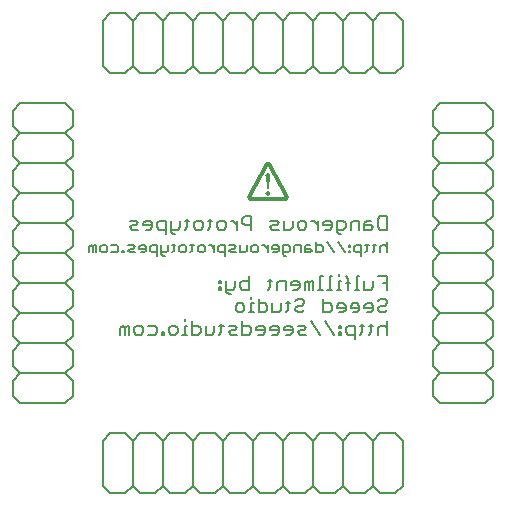
<source format=gbr>
G04 EAGLE Gerber RS-274X export*
G75*
%MOMM*%
%FSLAX34Y34*%
%LPD*%
%INSilkscreen Bottom*%
%IPPOS*%
%AMOC8*
5,1,8,0,0,1.08239X$1,22.5*%
G01*
%ADD10C,0.152400*%
%ADD11C,0.127000*%
%ADD12C,0.304800*%

G36*
X215919Y257122D02*
X215919Y257122D01*
X215961Y257119D01*
X216029Y257138D01*
X216098Y257148D01*
X216136Y257168D01*
X216177Y257180D01*
X216234Y257221D01*
X216296Y257254D01*
X216324Y257286D01*
X216358Y257312D01*
X216397Y257370D01*
X216443Y257423D01*
X216459Y257463D01*
X216482Y257499D01*
X216505Y257586D01*
X216523Y257633D01*
X216524Y257657D01*
X216530Y257680D01*
X217780Y268930D01*
X217774Y269030D01*
X217771Y269131D01*
X217766Y269142D01*
X217765Y269154D01*
X217724Y269246D01*
X217686Y269338D01*
X217678Y269347D01*
X217673Y269358D01*
X217603Y269430D01*
X217535Y269504D01*
X217524Y269510D01*
X217516Y269518D01*
X217425Y269561D01*
X217335Y269607D01*
X217322Y269609D01*
X217312Y269613D01*
X217267Y269617D01*
X217150Y269634D01*
X214650Y269634D01*
X214551Y269617D01*
X214452Y269602D01*
X214441Y269597D01*
X214429Y269595D01*
X214343Y269543D01*
X214254Y269496D01*
X214246Y269487D01*
X214236Y269480D01*
X214173Y269402D01*
X214107Y269327D01*
X214102Y269316D01*
X214095Y269306D01*
X214062Y269211D01*
X214027Y269117D01*
X214026Y269104D01*
X214023Y269094D01*
X214024Y269048D01*
X214020Y268930D01*
X215270Y257680D01*
X215282Y257639D01*
X215285Y257596D01*
X215314Y257532D01*
X215333Y257465D01*
X215359Y257431D01*
X215377Y257392D01*
X215426Y257342D01*
X215468Y257285D01*
X215504Y257262D01*
X215534Y257232D01*
X215598Y257202D01*
X215657Y257164D01*
X215699Y257155D01*
X215738Y257137D01*
X215807Y257131D01*
X215876Y257116D01*
X215919Y257122D01*
G37*
D10*
X316738Y234198D02*
X316738Y223012D01*
X311145Y223012D01*
X309281Y224876D01*
X309281Y232333D01*
X311145Y234198D01*
X316738Y234198D01*
X303180Y230469D02*
X299451Y230469D01*
X297587Y228605D01*
X297587Y223012D01*
X303180Y223012D01*
X305044Y224876D01*
X303180Y226741D01*
X297587Y226741D01*
X293350Y230469D02*
X293350Y223012D01*
X293350Y230469D02*
X287757Y230469D01*
X285893Y228605D01*
X285893Y223012D01*
X277928Y219284D02*
X276063Y219284D01*
X274199Y221148D01*
X274199Y230469D01*
X279792Y230469D01*
X281656Y228605D01*
X281656Y224876D01*
X279792Y223012D01*
X274199Y223012D01*
X268098Y223012D02*
X264369Y223012D01*
X268098Y223012D02*
X269962Y224876D01*
X269962Y228605D01*
X268098Y230469D01*
X264369Y230469D01*
X262505Y228605D01*
X262505Y226741D01*
X269962Y226741D01*
X258268Y230469D02*
X258268Y223012D01*
X258268Y226741D02*
X254540Y230469D01*
X252675Y230469D01*
X246659Y223012D02*
X242930Y223012D01*
X241066Y224876D01*
X241066Y228605D01*
X242930Y230469D01*
X246659Y230469D01*
X248523Y228605D01*
X248523Y224876D01*
X246659Y223012D01*
X236829Y224876D02*
X236829Y230469D01*
X236829Y224876D02*
X234965Y223012D01*
X229372Y223012D01*
X229372Y230469D01*
X225135Y223012D02*
X219543Y223012D01*
X217678Y224876D01*
X219543Y226741D01*
X223271Y226741D01*
X225135Y228605D01*
X223271Y230469D01*
X217678Y230469D01*
X201747Y234198D02*
X201747Y223012D01*
X201747Y234198D02*
X196155Y234198D01*
X194290Y232333D01*
X194290Y228605D01*
X196155Y226741D01*
X201747Y226741D01*
X190053Y230469D02*
X190053Y223012D01*
X190053Y226741D02*
X186325Y230469D01*
X184461Y230469D01*
X178444Y223012D02*
X174716Y223012D01*
X172851Y224876D01*
X172851Y228605D01*
X174716Y230469D01*
X178444Y230469D01*
X180308Y228605D01*
X180308Y224876D01*
X178444Y223012D01*
X166750Y224876D02*
X166750Y232333D01*
X166750Y224876D02*
X164886Y223012D01*
X164886Y230469D02*
X168614Y230469D01*
X158954Y223012D02*
X155226Y223012D01*
X153361Y224876D01*
X153361Y228605D01*
X155226Y230469D01*
X158954Y230469D01*
X160818Y228605D01*
X160818Y224876D01*
X158954Y223012D01*
X147260Y224876D02*
X147260Y232333D01*
X147260Y224876D02*
X145396Y223012D01*
X145396Y230469D02*
X149124Y230469D01*
X141329Y230469D02*
X141329Y224876D01*
X139464Y223012D01*
X133871Y223012D01*
X133871Y221148D02*
X133871Y230469D01*
X133871Y221148D02*
X135736Y219284D01*
X137600Y219284D01*
X129635Y219284D02*
X129635Y230469D01*
X124042Y230469D01*
X122178Y228605D01*
X122178Y224876D01*
X124042Y223012D01*
X129635Y223012D01*
X116076Y223012D02*
X112348Y223012D01*
X116076Y223012D02*
X117941Y224876D01*
X117941Y228605D01*
X116076Y230469D01*
X112348Y230469D01*
X110484Y228605D01*
X110484Y226741D01*
X117941Y226741D01*
X106247Y223012D02*
X100654Y223012D01*
X98790Y224876D01*
X100654Y226741D01*
X104382Y226741D01*
X106247Y228605D01*
X104382Y230469D01*
X98790Y230469D01*
D11*
X316865Y212733D02*
X316865Y203835D01*
X316865Y208284D02*
X315382Y209767D01*
X312416Y209767D01*
X310933Y208284D01*
X310933Y203835D01*
X306027Y205318D02*
X306027Y211250D01*
X306027Y205318D02*
X304544Y203835D01*
X304544Y209767D02*
X307510Y209767D01*
X299790Y211250D02*
X299790Y205318D01*
X298307Y203835D01*
X298307Y209767D02*
X301273Y209767D01*
X295036Y209767D02*
X295036Y200869D01*
X295036Y209767D02*
X290587Y209767D01*
X289105Y208284D01*
X289105Y205318D01*
X290587Y203835D01*
X295036Y203835D01*
X285681Y209767D02*
X284198Y209767D01*
X284198Y208284D01*
X285681Y208284D01*
X285681Y209767D01*
X285681Y205318D02*
X284198Y205318D01*
X284198Y203835D01*
X285681Y203835D01*
X285681Y205318D01*
X281003Y203835D02*
X275072Y212733D01*
X265717Y212733D02*
X271648Y203835D01*
X256361Y203835D02*
X256361Y212733D01*
X256361Y203835D02*
X260810Y203835D01*
X262293Y205318D01*
X262293Y208284D01*
X260810Y209767D01*
X256361Y209767D01*
X251455Y209767D02*
X248489Y209767D01*
X247006Y208284D01*
X247006Y203835D01*
X251455Y203835D01*
X252938Y205318D01*
X251455Y206801D01*
X247006Y206801D01*
X243583Y203835D02*
X243583Y209767D01*
X239134Y209767D01*
X237651Y208284D01*
X237651Y203835D01*
X231262Y200869D02*
X229779Y200869D01*
X228296Y202352D01*
X228296Y209767D01*
X232745Y209767D01*
X234228Y208284D01*
X234228Y205318D01*
X232745Y203835D01*
X228296Y203835D01*
X223389Y203835D02*
X220424Y203835D01*
X223389Y203835D02*
X224872Y205318D01*
X224872Y208284D01*
X223389Y209767D01*
X220424Y209767D01*
X218941Y208284D01*
X218941Y206801D01*
X224872Y206801D01*
X215517Y203835D02*
X215517Y209767D01*
X215517Y206801D02*
X212551Y209767D01*
X211068Y209767D01*
X206238Y203835D02*
X203272Y203835D01*
X201789Y205318D01*
X201789Y208284D01*
X203272Y209767D01*
X206238Y209767D01*
X207721Y208284D01*
X207721Y205318D01*
X206238Y203835D01*
X198366Y205318D02*
X198366Y209767D01*
X198366Y205318D02*
X196883Y203835D01*
X192434Y203835D01*
X192434Y209767D01*
X189011Y203835D02*
X184562Y203835D01*
X183079Y205318D01*
X184562Y206801D01*
X187528Y206801D01*
X189011Y208284D01*
X187528Y209767D01*
X183079Y209767D01*
X179656Y209767D02*
X179656Y200869D01*
X179656Y209767D02*
X175207Y209767D01*
X173724Y208284D01*
X173724Y205318D01*
X175207Y203835D01*
X179656Y203835D01*
X170300Y203835D02*
X170300Y209767D01*
X167335Y209767D02*
X170300Y206801D01*
X167335Y209767D02*
X165852Y209767D01*
X161022Y203835D02*
X158056Y203835D01*
X156573Y205318D01*
X156573Y208284D01*
X158056Y209767D01*
X161022Y209767D01*
X162504Y208284D01*
X162504Y205318D01*
X161022Y203835D01*
X151666Y205318D02*
X151666Y211250D01*
X151666Y205318D02*
X150183Y203835D01*
X150183Y209767D02*
X153149Y209767D01*
X145430Y203835D02*
X142464Y203835D01*
X140981Y205318D01*
X140981Y208284D01*
X142464Y209767D01*
X145430Y209767D01*
X146913Y208284D01*
X146913Y205318D01*
X145430Y203835D01*
X136074Y205318D02*
X136074Y211250D01*
X136074Y205318D02*
X134591Y203835D01*
X134591Y209767D02*
X137557Y209767D01*
X131321Y209767D02*
X131321Y205318D01*
X129838Y203835D01*
X125389Y203835D01*
X125389Y202352D02*
X125389Y209767D01*
X125389Y202352D02*
X126872Y200869D01*
X128355Y200869D01*
X121965Y200869D02*
X121965Y209767D01*
X117517Y209767D01*
X116034Y208284D01*
X116034Y205318D01*
X117517Y203835D01*
X121965Y203835D01*
X111127Y203835D02*
X108161Y203835D01*
X111127Y203835D02*
X112610Y205318D01*
X112610Y208284D01*
X111127Y209767D01*
X108161Y209767D01*
X106678Y208284D01*
X106678Y206801D01*
X112610Y206801D01*
X103255Y203835D02*
X98806Y203835D01*
X97323Y205318D01*
X98806Y206801D01*
X101772Y206801D01*
X103255Y208284D01*
X101772Y209767D01*
X97323Y209767D01*
X93900Y205318D02*
X93900Y203835D01*
X93900Y205318D02*
X92417Y205318D01*
X92417Y203835D01*
X93900Y203835D01*
X87739Y209767D02*
X83290Y209767D01*
X87739Y209767D02*
X89222Y208284D01*
X89222Y205318D01*
X87739Y203835D01*
X83290Y203835D01*
X78384Y203835D02*
X75418Y203835D01*
X73935Y205318D01*
X73935Y208284D01*
X75418Y209767D01*
X78384Y209767D01*
X79867Y208284D01*
X79867Y205318D01*
X78384Y203835D01*
X70512Y203835D02*
X70512Y209767D01*
X69029Y209767D01*
X67546Y208284D01*
X67546Y203835D01*
X67546Y208284D02*
X66063Y209767D01*
X64580Y208284D01*
X64580Y203835D01*
D10*
X316738Y183398D02*
X316738Y172212D01*
X316738Y183398D02*
X309281Y183398D01*
X313010Y177805D02*
X316738Y177805D01*
X305044Y179669D02*
X305044Y174076D01*
X303180Y172212D01*
X297587Y172212D01*
X297587Y179669D01*
X293350Y183398D02*
X291486Y183398D01*
X291486Y172212D01*
X293350Y172212D02*
X289622Y172212D01*
X283690Y172212D02*
X283690Y181533D01*
X281826Y183398D01*
X281826Y177805D02*
X285554Y177805D01*
X277758Y179669D02*
X275894Y179669D01*
X275894Y172212D01*
X277758Y172212D02*
X274030Y172212D01*
X275894Y183398D02*
X275894Y185262D01*
X269962Y183398D02*
X268098Y183398D01*
X268098Y172212D01*
X269962Y172212D02*
X266234Y172212D01*
X262166Y183398D02*
X260302Y183398D01*
X260302Y172212D01*
X262166Y172212D02*
X258438Y172212D01*
X254370Y172212D02*
X254370Y179669D01*
X252506Y179669D01*
X250642Y177805D01*
X250642Y172212D01*
X250642Y177805D02*
X248777Y179669D01*
X246913Y177805D01*
X246913Y172212D01*
X240812Y172212D02*
X237084Y172212D01*
X240812Y172212D02*
X242676Y174076D01*
X242676Y177805D01*
X240812Y179669D01*
X237084Y179669D01*
X235219Y177805D01*
X235219Y175941D01*
X242676Y175941D01*
X230982Y179669D02*
X230982Y172212D01*
X230982Y179669D02*
X225390Y179669D01*
X223525Y177805D01*
X223525Y172212D01*
X217424Y174076D02*
X217424Y181533D01*
X217424Y174076D02*
X215560Y172212D01*
X215560Y179669D02*
X219288Y179669D01*
X199798Y183398D02*
X199798Y172212D01*
X194206Y172212D01*
X192341Y174076D01*
X192341Y177805D01*
X194206Y179669D01*
X199798Y179669D01*
X188104Y179669D02*
X188104Y174076D01*
X186240Y172212D01*
X180647Y172212D01*
X180647Y170348D02*
X180647Y179669D01*
X180647Y170348D02*
X182512Y168484D01*
X184376Y168484D01*
X176410Y179669D02*
X174546Y179669D01*
X174546Y177805D01*
X176410Y177805D01*
X176410Y179669D01*
X176410Y174076D02*
X174546Y174076D01*
X174546Y172212D01*
X176410Y172212D01*
X176410Y174076D01*
X309281Y162483D02*
X311145Y164348D01*
X314874Y164348D01*
X316738Y162483D01*
X316738Y160619D01*
X314874Y158755D01*
X311145Y158755D01*
X309281Y156891D01*
X309281Y155026D01*
X311145Y153162D01*
X314874Y153162D01*
X316738Y155026D01*
X303180Y153162D02*
X299451Y153162D01*
X303180Y153162D02*
X305044Y155026D01*
X305044Y158755D01*
X303180Y160619D01*
X299451Y160619D01*
X297587Y158755D01*
X297587Y156891D01*
X305044Y156891D01*
X291486Y153162D02*
X287757Y153162D01*
X291486Y153162D02*
X293350Y155026D01*
X293350Y158755D01*
X291486Y160619D01*
X287757Y160619D01*
X285893Y158755D01*
X285893Y156891D01*
X293350Y156891D01*
X279792Y153162D02*
X276063Y153162D01*
X279792Y153162D02*
X281656Y155026D01*
X281656Y158755D01*
X279792Y160619D01*
X276063Y160619D01*
X274199Y158755D01*
X274199Y156891D01*
X281656Y156891D01*
X262505Y153162D02*
X262505Y164348D01*
X262505Y153162D02*
X268098Y153162D01*
X269962Y155026D01*
X269962Y158755D01*
X268098Y160619D01*
X262505Y160619D01*
X240981Y164348D02*
X239117Y162483D01*
X240981Y164348D02*
X244710Y164348D01*
X246574Y162483D01*
X246574Y160619D01*
X244710Y158755D01*
X240981Y158755D01*
X239117Y156891D01*
X239117Y155026D01*
X240981Y153162D01*
X244710Y153162D01*
X246574Y155026D01*
X233016Y155026D02*
X233016Y162483D01*
X233016Y155026D02*
X231152Y153162D01*
X231152Y160619D02*
X234880Y160619D01*
X227084Y160619D02*
X227084Y155026D01*
X225220Y153162D01*
X219627Y153162D01*
X219627Y160619D01*
X207933Y164348D02*
X207933Y153162D01*
X213526Y153162D01*
X215390Y155026D01*
X215390Y158755D01*
X213526Y160619D01*
X207933Y160619D01*
X203696Y160619D02*
X201832Y160619D01*
X201832Y153162D01*
X203696Y153162D02*
X199968Y153162D01*
X201832Y164348D02*
X201832Y166212D01*
X194036Y153162D02*
X190308Y153162D01*
X188443Y155026D01*
X188443Y158755D01*
X190308Y160619D01*
X194036Y160619D01*
X195900Y158755D01*
X195900Y155026D01*
X194036Y153162D01*
X316738Y145298D02*
X316738Y134112D01*
X316738Y139705D02*
X314874Y141569D01*
X311145Y141569D01*
X309281Y139705D01*
X309281Y134112D01*
X303180Y135976D02*
X303180Y143433D01*
X303180Y135976D02*
X301316Y134112D01*
X301316Y141569D02*
X305044Y141569D01*
X295384Y143433D02*
X295384Y135976D01*
X293520Y134112D01*
X293520Y141569D02*
X297248Y141569D01*
X289452Y141569D02*
X289452Y130384D01*
X289452Y141569D02*
X283859Y141569D01*
X281995Y139705D01*
X281995Y135976D01*
X283859Y134112D01*
X289452Y134112D01*
X277758Y141569D02*
X275894Y141569D01*
X275894Y139705D01*
X277758Y139705D01*
X277758Y141569D01*
X277758Y135976D02*
X275894Y135976D01*
X275894Y134112D01*
X277758Y134112D01*
X277758Y135976D01*
X271911Y134112D02*
X264454Y145298D01*
X252760Y145298D02*
X260217Y134112D01*
X248523Y134112D02*
X242930Y134112D01*
X241066Y135976D01*
X242930Y137841D01*
X246659Y137841D01*
X248523Y139705D01*
X246659Y141569D01*
X241066Y141569D01*
X234965Y134112D02*
X231237Y134112D01*
X234965Y134112D02*
X236829Y135976D01*
X236829Y139705D01*
X234965Y141569D01*
X231237Y141569D01*
X229372Y139705D01*
X229372Y137841D01*
X236829Y137841D01*
X223271Y134112D02*
X219543Y134112D01*
X223271Y134112D02*
X225135Y135976D01*
X225135Y139705D01*
X223271Y141569D01*
X219543Y141569D01*
X217678Y139705D01*
X217678Y137841D01*
X225135Y137841D01*
X211577Y134112D02*
X207849Y134112D01*
X211577Y134112D02*
X213441Y135976D01*
X213441Y139705D01*
X211577Y141569D01*
X207849Y141569D01*
X205984Y139705D01*
X205984Y137841D01*
X213441Y137841D01*
X194290Y134112D02*
X194290Y145298D01*
X194290Y134112D02*
X199883Y134112D01*
X201747Y135976D01*
X201747Y139705D01*
X199883Y141569D01*
X194290Y141569D01*
X190053Y134112D02*
X184461Y134112D01*
X182596Y135976D01*
X184461Y137841D01*
X188189Y137841D01*
X190053Y139705D01*
X188189Y141569D01*
X182596Y141569D01*
X176495Y143433D02*
X176495Y135976D01*
X174631Y134112D01*
X174631Y141569D02*
X178359Y141569D01*
X170563Y141569D02*
X170563Y135976D01*
X168699Y134112D01*
X163106Y134112D01*
X163106Y141569D01*
X151412Y145298D02*
X151412Y134112D01*
X157005Y134112D01*
X158869Y135976D01*
X158869Y139705D01*
X157005Y141569D01*
X151412Y141569D01*
X147176Y141569D02*
X145311Y141569D01*
X145311Y134112D01*
X143447Y134112D02*
X147176Y134112D01*
X145311Y145298D02*
X145311Y147162D01*
X137515Y134112D02*
X133787Y134112D01*
X131923Y135976D01*
X131923Y139705D01*
X133787Y141569D01*
X137515Y141569D01*
X139380Y139705D01*
X139380Y135976D01*
X137515Y134112D01*
X127686Y134112D02*
X127686Y135976D01*
X125821Y135976D01*
X125821Y134112D01*
X127686Y134112D01*
X119974Y141569D02*
X114382Y141569D01*
X119974Y141569D02*
X121839Y139705D01*
X121839Y135976D01*
X119974Y134112D01*
X114382Y134112D01*
X108280Y134112D02*
X104552Y134112D01*
X102688Y135976D01*
X102688Y139705D01*
X104552Y141569D01*
X108280Y141569D01*
X110145Y139705D01*
X110145Y135976D01*
X108280Y134112D01*
X98451Y134112D02*
X98451Y141569D01*
X96586Y141569D01*
X94722Y139705D01*
X94722Y134112D01*
X94722Y139705D02*
X92858Y141569D01*
X90994Y139705D01*
X90994Y134112D01*
X82550Y50800D02*
X76200Y44450D01*
X95250Y50800D02*
X101600Y44450D01*
X107950Y50800D01*
X120650Y50800D02*
X127000Y44450D01*
X133350Y50800D01*
X146050Y50800D02*
X152400Y44450D01*
X158750Y50800D01*
X171450Y50800D02*
X177800Y44450D01*
X184150Y50800D01*
X196850Y50800D02*
X203200Y44450D01*
X209550Y50800D01*
X222250Y50800D02*
X228600Y44450D01*
X76200Y44450D02*
X76200Y6350D01*
X82550Y0D01*
X95250Y0D01*
X101600Y6350D01*
X107950Y0D01*
X120650Y0D01*
X127000Y6350D01*
X133350Y0D01*
X146050Y0D01*
X152400Y6350D01*
X158750Y0D01*
X171450Y0D01*
X177800Y6350D01*
X184150Y0D01*
X196850Y0D01*
X203200Y6350D01*
X209550Y0D01*
X222250Y0D01*
X228600Y6350D01*
X234950Y0D01*
X247650Y0D01*
X254000Y6350D01*
X260350Y0D01*
X273050Y0D01*
X279400Y6350D01*
X285750Y0D01*
X298450Y0D01*
X304800Y6350D01*
X304800Y44450D02*
X298450Y50800D01*
X285750Y50800D02*
X279400Y44450D01*
X273050Y50800D01*
X260350Y50800D02*
X254000Y44450D01*
X247650Y50800D01*
X234950Y50800D02*
X228600Y44450D01*
X101600Y44450D02*
X101600Y6350D01*
X127000Y6350D02*
X127000Y44450D01*
X152400Y44450D02*
X152400Y6350D01*
X177800Y6350D02*
X177800Y44450D01*
X203200Y44450D02*
X203200Y6350D01*
X228600Y6350D02*
X228600Y44450D01*
X254000Y44450D02*
X254000Y6350D01*
X279400Y6350D02*
X279400Y44450D01*
X304800Y44450D02*
X304800Y6350D01*
X298450Y50800D02*
X285750Y50800D01*
X273050Y50800D02*
X260350Y50800D01*
X247650Y50800D02*
X234950Y50800D01*
X222250Y50800D02*
X209550Y50800D01*
X196850Y50800D02*
X184150Y50800D01*
X171450Y50800D02*
X158750Y50800D01*
X146050Y50800D02*
X133350Y50800D01*
X120650Y50800D02*
X107950Y50800D01*
X95250Y50800D02*
X82550Y50800D01*
X304800Y6350D02*
X311150Y0D01*
X323850Y0D01*
X330200Y6350D01*
X330200Y44450D02*
X323850Y50800D01*
X311150Y50800D02*
X304800Y44450D01*
X330200Y44450D02*
X330200Y6350D01*
X323850Y50800D02*
X311150Y50800D01*
X355600Y82550D02*
X361950Y76200D01*
X355600Y95250D02*
X361950Y101600D01*
X355600Y107950D01*
X355600Y120650D02*
X361950Y127000D01*
X355600Y133350D01*
X355600Y146050D02*
X361950Y152400D01*
X355600Y158750D01*
X355600Y171450D02*
X361950Y177800D01*
X355600Y184150D01*
X355600Y196850D02*
X361950Y203200D01*
X355600Y209550D01*
X355600Y222250D02*
X361950Y228600D01*
X361950Y76200D02*
X400050Y76200D01*
X406400Y82550D01*
X406400Y95250D01*
X400050Y101600D01*
X406400Y107950D01*
X406400Y120650D01*
X400050Y127000D01*
X406400Y133350D01*
X406400Y146050D01*
X400050Y152400D01*
X406400Y158750D01*
X406400Y171450D01*
X400050Y177800D01*
X406400Y184150D01*
X406400Y196850D01*
X400050Y203200D01*
X406400Y209550D01*
X406400Y222250D01*
X400050Y228600D01*
X406400Y234950D01*
X406400Y247650D01*
X400050Y254000D01*
X406400Y260350D01*
X406400Y273050D01*
X400050Y279400D01*
X406400Y285750D01*
X406400Y298450D01*
X400050Y304800D01*
X361950Y304800D02*
X355600Y298450D01*
X355600Y285750D02*
X361950Y279400D01*
X355600Y273050D01*
X355600Y260350D02*
X361950Y254000D01*
X355600Y247650D01*
X355600Y234950D02*
X361950Y228600D01*
X361950Y101600D02*
X400050Y101600D01*
X400050Y127000D02*
X361950Y127000D01*
X361950Y152400D02*
X400050Y152400D01*
X400050Y177800D02*
X361950Y177800D01*
X361950Y203200D02*
X400050Y203200D01*
X400050Y228600D02*
X361950Y228600D01*
X361950Y254000D02*
X400050Y254000D01*
X400050Y279400D02*
X361950Y279400D01*
X361950Y304800D02*
X400050Y304800D01*
X355600Y298450D02*
X355600Y285750D01*
X355600Y273050D02*
X355600Y260350D01*
X355600Y247650D02*
X355600Y234950D01*
X355600Y222250D02*
X355600Y209550D01*
X355600Y196850D02*
X355600Y184150D01*
X355600Y171450D02*
X355600Y158750D01*
X355600Y146050D02*
X355600Y133350D01*
X355600Y120650D02*
X355600Y107950D01*
X355600Y95250D02*
X355600Y82550D01*
X400050Y304800D02*
X406400Y311150D01*
X406400Y323850D01*
X400050Y330200D01*
X361950Y330200D02*
X355600Y323850D01*
X355600Y311150D02*
X361950Y304800D01*
X361950Y330200D02*
X400050Y330200D01*
X355600Y323850D02*
X355600Y311150D01*
X323850Y355600D02*
X330200Y361950D01*
X311150Y355600D02*
X304800Y361950D01*
X298450Y355600D01*
X285750Y355600D02*
X279400Y361950D01*
X273050Y355600D01*
X260350Y355600D02*
X254000Y361950D01*
X247650Y355600D01*
X234950Y355600D02*
X228600Y361950D01*
X222250Y355600D01*
X209550Y355600D02*
X203200Y361950D01*
X196850Y355600D01*
X184150Y355600D02*
X177800Y361950D01*
X330200Y361950D02*
X330200Y400050D01*
X323850Y406400D01*
X311150Y406400D01*
X304800Y400050D01*
X298450Y406400D01*
X285750Y406400D01*
X279400Y400050D01*
X273050Y406400D01*
X260350Y406400D01*
X254000Y400050D01*
X247650Y406400D01*
X234950Y406400D01*
X228600Y400050D01*
X222250Y406400D01*
X209550Y406400D01*
X203200Y400050D01*
X196850Y406400D01*
X184150Y406400D01*
X177800Y400050D01*
X171450Y406400D01*
X158750Y406400D01*
X152400Y400050D01*
X146050Y406400D01*
X133350Y406400D01*
X127000Y400050D01*
X120650Y406400D01*
X107950Y406400D01*
X101600Y400050D01*
X101600Y361950D02*
X107950Y355600D01*
X120650Y355600D02*
X127000Y361950D01*
X133350Y355600D01*
X146050Y355600D02*
X152400Y361950D01*
X158750Y355600D01*
X171450Y355600D02*
X177800Y361950D01*
X304800Y361950D02*
X304800Y400050D01*
X279400Y400050D02*
X279400Y361950D01*
X254000Y361950D02*
X254000Y400050D01*
X228600Y400050D02*
X228600Y361950D01*
X203200Y361950D02*
X203200Y400050D01*
X177800Y400050D02*
X177800Y361950D01*
X152400Y361950D02*
X152400Y400050D01*
X127000Y400050D02*
X127000Y361950D01*
X101600Y361950D02*
X101600Y400050D01*
X107950Y355600D02*
X120650Y355600D01*
X133350Y355600D02*
X146050Y355600D01*
X158750Y355600D02*
X171450Y355600D01*
X184150Y355600D02*
X196850Y355600D01*
X209550Y355600D02*
X222250Y355600D01*
X234950Y355600D02*
X247650Y355600D01*
X260350Y355600D02*
X273050Y355600D01*
X285750Y355600D02*
X298450Y355600D01*
X311150Y355600D02*
X323850Y355600D01*
X101600Y400050D02*
X95250Y406400D01*
X82550Y406400D01*
X76200Y400050D01*
X76200Y361950D02*
X82550Y355600D01*
X95250Y355600D02*
X101600Y361950D01*
X76200Y361950D02*
X76200Y400050D01*
X82550Y355600D02*
X95250Y355600D01*
X50800Y323850D02*
X44450Y330200D01*
X50800Y311150D02*
X44450Y304800D01*
X50800Y298450D01*
X50800Y285750D02*
X44450Y279400D01*
X50800Y273050D01*
X50800Y260350D02*
X44450Y254000D01*
X50800Y247650D01*
X50800Y234950D02*
X44450Y228600D01*
X50800Y222250D01*
X50800Y209550D02*
X44450Y203200D01*
X50800Y196850D01*
X50800Y184150D02*
X44450Y177800D01*
X44450Y330200D02*
X6350Y330200D01*
X0Y323850D01*
X0Y311150D01*
X6350Y304800D01*
X0Y298450D01*
X0Y285750D01*
X6350Y279400D01*
X0Y273050D01*
X0Y260350D01*
X6350Y254000D01*
X0Y247650D01*
X0Y234950D01*
X6350Y228600D01*
X0Y222250D01*
X0Y209550D01*
X6350Y203200D01*
X0Y196850D01*
X0Y184150D01*
X6350Y177800D01*
X0Y171450D01*
X0Y158750D01*
X6350Y152400D01*
X0Y146050D01*
X0Y133350D01*
X6350Y127000D01*
X0Y120650D01*
X0Y107950D01*
X6350Y101600D01*
X44450Y101600D02*
X50800Y107950D01*
X50800Y120650D02*
X44450Y127000D01*
X50800Y133350D01*
X50800Y146050D02*
X44450Y152400D01*
X50800Y158750D01*
X50800Y171450D02*
X44450Y177800D01*
X44450Y304800D02*
X6350Y304800D01*
X6350Y279400D02*
X44450Y279400D01*
X44450Y254000D02*
X6350Y254000D01*
X6350Y228600D02*
X44450Y228600D01*
X44450Y203200D02*
X6350Y203200D01*
X6350Y177800D02*
X44450Y177800D01*
X44450Y152400D02*
X6350Y152400D01*
X6350Y127000D02*
X44450Y127000D01*
X44450Y101600D02*
X6350Y101600D01*
X50800Y107950D02*
X50800Y120650D01*
X50800Y133350D02*
X50800Y146050D01*
X50800Y158750D02*
X50800Y171450D01*
X50800Y184150D02*
X50800Y196850D01*
X50800Y209550D02*
X50800Y222250D01*
X50800Y234950D02*
X50800Y247650D01*
X50800Y260350D02*
X50800Y273050D01*
X50800Y285750D02*
X50800Y298450D01*
X50800Y311150D02*
X50800Y323850D01*
X6350Y101600D02*
X0Y95250D01*
X0Y82550D01*
X6350Y76200D01*
X44450Y76200D02*
X50800Y82550D01*
X50800Y95250D02*
X44450Y101600D01*
X44450Y76200D02*
X6350Y76200D01*
X50800Y82550D02*
X50800Y95250D01*
D11*
X214650Y269000D02*
X214652Y269069D01*
X214658Y269138D01*
X214667Y269206D01*
X214680Y269273D01*
X214697Y269340D01*
X214718Y269406D01*
X214742Y269470D01*
X214770Y269533D01*
X214801Y269595D01*
X214835Y269655D01*
X214873Y269712D01*
X214914Y269768D01*
X214957Y269821D01*
X215004Y269872D01*
X215053Y269920D01*
X215105Y269965D01*
X215160Y270007D01*
X215216Y270046D01*
X215275Y270083D01*
X215336Y270115D01*
X215398Y270145D01*
X215462Y270171D01*
X215527Y270193D01*
X215593Y270212D01*
X215660Y270227D01*
X215728Y270238D01*
X215797Y270246D01*
X215866Y270250D01*
X215934Y270250D01*
X216003Y270246D01*
X216072Y270238D01*
X216140Y270227D01*
X216207Y270212D01*
X216273Y270193D01*
X216338Y270171D01*
X216402Y270145D01*
X216464Y270115D01*
X216525Y270083D01*
X216584Y270046D01*
X216640Y270007D01*
X216695Y269965D01*
X216747Y269920D01*
X216796Y269872D01*
X216843Y269821D01*
X216886Y269768D01*
X216927Y269712D01*
X216965Y269655D01*
X216999Y269595D01*
X217030Y269533D01*
X217058Y269470D01*
X217082Y269406D01*
X217103Y269340D01*
X217120Y269273D01*
X217133Y269206D01*
X217142Y269138D01*
X217148Y269069D01*
X217150Y269000D01*
D12*
X232150Y250250D02*
X230900Y249000D01*
X200900Y249000D02*
X199650Y250250D01*
X232150Y250250D02*
X216525Y279000D01*
X230900Y249000D02*
X200900Y249000D01*
X199650Y250250D02*
X215275Y279000D01*
X216525Y279000D01*
D11*
X214650Y254000D02*
X214652Y254070D01*
X214658Y254140D01*
X214668Y254209D01*
X214681Y254278D01*
X214699Y254346D01*
X214720Y254413D01*
X214745Y254478D01*
X214774Y254542D01*
X214806Y254605D01*
X214842Y254665D01*
X214881Y254723D01*
X214923Y254779D01*
X214968Y254833D01*
X215016Y254884D01*
X215067Y254932D01*
X215121Y254977D01*
X215177Y255019D01*
X215235Y255058D01*
X215295Y255094D01*
X215358Y255126D01*
X215422Y255155D01*
X215487Y255180D01*
X215554Y255201D01*
X215622Y255219D01*
X215691Y255232D01*
X215760Y255242D01*
X215830Y255248D01*
X215900Y255250D01*
X215970Y255248D01*
X216040Y255242D01*
X216109Y255232D01*
X216178Y255219D01*
X216246Y255201D01*
X216313Y255180D01*
X216378Y255155D01*
X216442Y255126D01*
X216505Y255094D01*
X216565Y255058D01*
X216623Y255019D01*
X216679Y254977D01*
X216733Y254932D01*
X216784Y254884D01*
X216832Y254833D01*
X216877Y254779D01*
X216919Y254723D01*
X216958Y254665D01*
X216994Y254605D01*
X217026Y254542D01*
X217055Y254478D01*
X217080Y254413D01*
X217101Y254346D01*
X217119Y254278D01*
X217132Y254209D01*
X217142Y254140D01*
X217148Y254070D01*
X217150Y254000D01*
X217148Y253930D01*
X217142Y253860D01*
X217132Y253791D01*
X217119Y253722D01*
X217101Y253654D01*
X217080Y253587D01*
X217055Y253522D01*
X217026Y253458D01*
X216994Y253395D01*
X216958Y253335D01*
X216919Y253277D01*
X216877Y253221D01*
X216832Y253167D01*
X216784Y253116D01*
X216733Y253068D01*
X216679Y253023D01*
X216623Y252981D01*
X216565Y252942D01*
X216505Y252906D01*
X216442Y252874D01*
X216378Y252845D01*
X216313Y252820D01*
X216246Y252799D01*
X216178Y252781D01*
X216109Y252768D01*
X216040Y252758D01*
X215970Y252752D01*
X215900Y252750D01*
X215830Y252752D01*
X215760Y252758D01*
X215691Y252768D01*
X215622Y252781D01*
X215554Y252799D01*
X215487Y252820D01*
X215422Y252845D01*
X215358Y252874D01*
X215295Y252906D01*
X215235Y252942D01*
X215177Y252981D01*
X215121Y253023D01*
X215067Y253068D01*
X215016Y253116D01*
X214968Y253167D01*
X214923Y253221D01*
X214881Y253277D01*
X214842Y253335D01*
X214806Y253395D01*
X214774Y253458D01*
X214745Y253522D01*
X214720Y253587D01*
X214699Y253654D01*
X214681Y253722D01*
X214668Y253791D01*
X214658Y253860D01*
X214652Y253930D01*
X214650Y254000D01*
M02*

</source>
